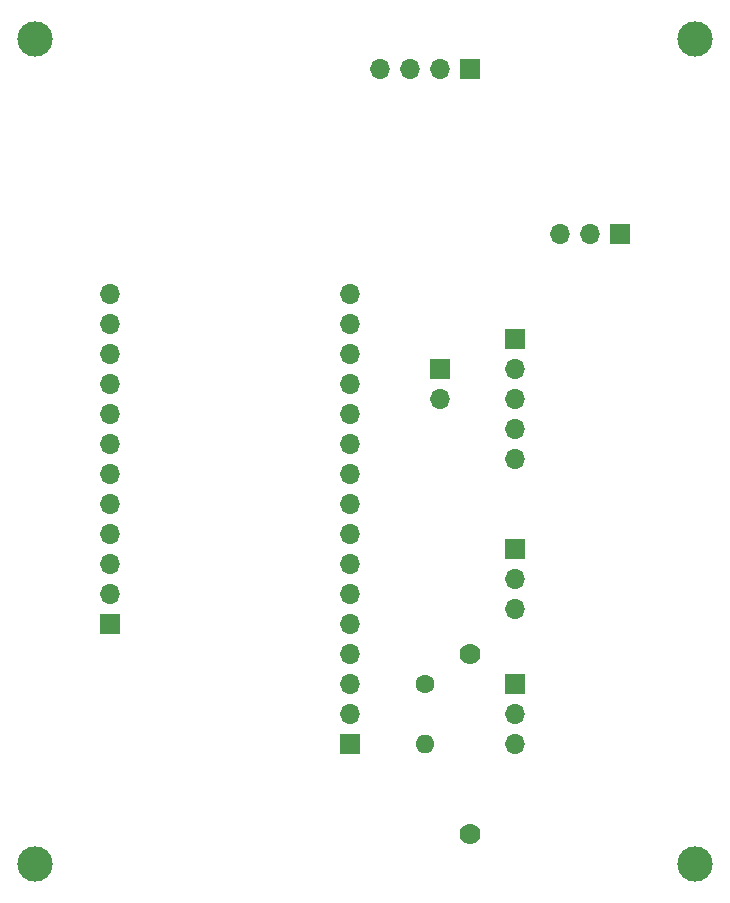
<source format=gbr>
G04 #@! TF.GenerationSoftware,KiCad,Pcbnew,5.0.2-bee76a0~70~ubuntu18.04.1*
G04 #@! TF.CreationDate,2019-07-25T22:31:23-04:00*
G04 #@! TF.ProjectId,knuth-gateway,6b6e7574-682d-4676-9174-657761792e6b,rev?*
G04 #@! TF.SameCoordinates,Original*
G04 #@! TF.FileFunction,Copper,L1,Top*
G04 #@! TF.FilePolarity,Positive*
%FSLAX46Y46*%
G04 Gerber Fmt 4.6, Leading zero omitted, Abs format (unit mm)*
G04 Created by KiCad (PCBNEW 5.0.2-bee76a0~70~ubuntu18.04.1) date Thu 25 Jul 2019 10:31:23 PM EDT*
%MOMM*%
%LPD*%
G01*
G04 APERTURE LIST*
G04 #@! TA.AperFunction,ComponentPad*
%ADD10R,1.700000X1.700000*%
G04 #@! TD*
G04 #@! TA.AperFunction,ComponentPad*
%ADD11O,1.700000X1.700000*%
G04 #@! TD*
G04 #@! TA.AperFunction,ComponentPad*
%ADD12C,1.600000*%
G04 #@! TD*
G04 #@! TA.AperFunction,ComponentPad*
%ADD13O,1.600000X1.600000*%
G04 #@! TD*
G04 #@! TA.AperFunction,ViaPad*
%ADD14C,3.000000*%
G04 #@! TD*
G04 #@! TA.AperFunction,ViaPad*
%ADD15C,1.778000*%
G04 #@! TD*
G04 APERTURE END LIST*
D10*
G04 #@! TO.P,R_Delay1,1*
G04 #@! TO.N,GND*
X246380000Y-81280000D03*
D11*
G04 #@! TO.P,R_Delay1,2*
G04 #@! TO.N,Net-(R_Delay1-Pad2)*
X246380000Y-83820000D03*
G04 #@! TD*
D10*
G04 #@! TO.P,U4,1*
G04 #@! TO.N,Net-(U4-Pad1)*
X252730000Y-78740000D03*
D11*
G04 #@! TO.P,U4,2*
G04 #@! TO.N,GND*
X252730000Y-81280000D03*
G04 #@! TO.P,U4,3*
G04 #@! TO.N,Net-(R_Delay1-Pad2)*
X252730000Y-83820000D03*
G04 #@! TO.P,U4,4*
G04 #@! TO.N,VBAT*
X252730000Y-86360000D03*
G04 #@! TO.P,U4,5*
G04 #@! TO.N,D10*
X252730000Y-88900000D03*
G04 #@! TD*
D10*
G04 #@! TO.P,U5,1*
G04 #@! TO.N,Net-(U5-Pad1)*
X248920000Y-55880000D03*
D11*
G04 #@! TO.P,U5,2*
G04 #@! TO.N,GND*
X246380000Y-55880000D03*
G04 #@! TO.P,U5,3*
G04 #@! TO.N,N/C*
X243840000Y-55880000D03*
G04 #@! TO.P,U5,4*
X241300000Y-55880000D03*
G04 #@! TD*
G04 #@! TO.P,1-Wire1,3*
G04 #@! TO.N,GND*
X252730000Y-113030000D03*
G04 #@! TO.P,1-Wire1,2*
G04 #@! TO.N,+3V3*
X252730000Y-110490000D03*
D10*
G04 #@! TO.P,1-Wire1,1*
G04 #@! TO.N,D5*
X252730000Y-107950000D03*
G04 #@! TD*
G04 #@! TO.P,EC-5,1*
G04 #@! TO.N,A0*
X252730000Y-96520000D03*
D11*
G04 #@! TO.P,EC-5,2*
G04 #@! TO.N,+3V3*
X252730000Y-99060000D03*
G04 #@! TO.P,EC-5,3*
G04 #@! TO.N,GND*
X252730000Y-101600000D03*
G04 #@! TD*
D10*
G04 #@! TO.P,J1,1*
G04 #@! TO.N,VBAT*
X218440000Y-102870000D03*
D11*
G04 #@! TO.P,J1,2*
G04 #@! TO.N,N/C*
X218440000Y-100330000D03*
G04 #@! TO.P,J1,3*
X218440000Y-97790000D03*
G04 #@! TO.P,J1,4*
X218440000Y-95250000D03*
G04 #@! TO.P,J1,5*
X218440000Y-92710000D03*
G04 #@! TO.P,J1,6*
X218440000Y-90170000D03*
G04 #@! TO.P,J1,7*
G04 #@! TO.N,D10*
X218440000Y-87630000D03*
G04 #@! TO.P,J1,8*
G04 #@! TO.N,N/C*
X218440000Y-85090000D03*
G04 #@! TO.P,J1,9*
X218440000Y-82550000D03*
G04 #@! TO.P,J1,10*
G04 #@! TO.N,D5*
X218440000Y-80010000D03*
G04 #@! TO.P,J1,11*
G04 #@! TO.N,N/C*
X218440000Y-77470000D03*
G04 #@! TO.P,J1,12*
X218440000Y-74930000D03*
G04 #@! TD*
D10*
G04 #@! TO.P,J2,1*
G04 #@! TO.N,N/C*
X238760000Y-113030000D03*
D11*
G04 #@! TO.P,J2,2*
G04 #@! TO.N,+3V3*
X238760000Y-110490000D03*
G04 #@! TO.P,J2,3*
G04 #@! TO.N,N/C*
X238760000Y-107950000D03*
G04 #@! TO.P,J2,4*
G04 #@! TO.N,GND*
X238760000Y-105410000D03*
G04 #@! TO.P,J2,5*
G04 #@! TO.N,A0*
X238760000Y-102870000D03*
G04 #@! TO.P,J2,6*
G04 #@! TO.N,N/C*
X238760000Y-100330000D03*
G04 #@! TO.P,J2,7*
X238760000Y-97790000D03*
G04 #@! TO.P,J2,8*
X238760000Y-95250000D03*
G04 #@! TO.P,J2,9*
X238760000Y-92710000D03*
G04 #@! TO.P,J2,10*
X238760000Y-90170000D03*
G04 #@! TO.P,J2,11*
X238760000Y-87630000D03*
G04 #@! TO.P,J2,12*
X238760000Y-85090000D03*
G04 #@! TO.P,J2,13*
X238760000Y-82550000D03*
G04 #@! TO.P,J2,14*
X238760000Y-80010000D03*
G04 #@! TO.P,J2,15*
X238760000Y-77470000D03*
G04 #@! TO.P,J2,16*
X238760000Y-74930000D03*
G04 #@! TD*
D10*
G04 #@! TO.P,switch1,1*
G04 #@! TO.N,N/C*
X261620000Y-69850000D03*
D11*
G04 #@! TO.P,switch1,2*
G04 #@! TO.N,Net-(U4-Pad1)*
X259080000Y-69850000D03*
G04 #@! TO.P,switch1,3*
G04 #@! TO.N,Net-(U5-Pad1)*
X256540000Y-69850000D03*
G04 #@! TD*
D12*
G04 #@! TO.P,R1,1*
G04 #@! TO.N,D5*
X245110000Y-107950000D03*
D13*
G04 #@! TO.P,R1,2*
G04 #@! TO.N,+3V3*
X245110000Y-113030000D03*
G04 #@! TD*
D14*
G04 #@! TO.N,*
X212090000Y-123190000D03*
X267970000Y-123190000D03*
X267970000Y-53340000D03*
X212090000Y-53340000D03*
D15*
G04 #@! TO.N,D5*
X248920000Y-105410000D03*
X248920000Y-120650000D03*
G04 #@! TD*
M02*

</source>
